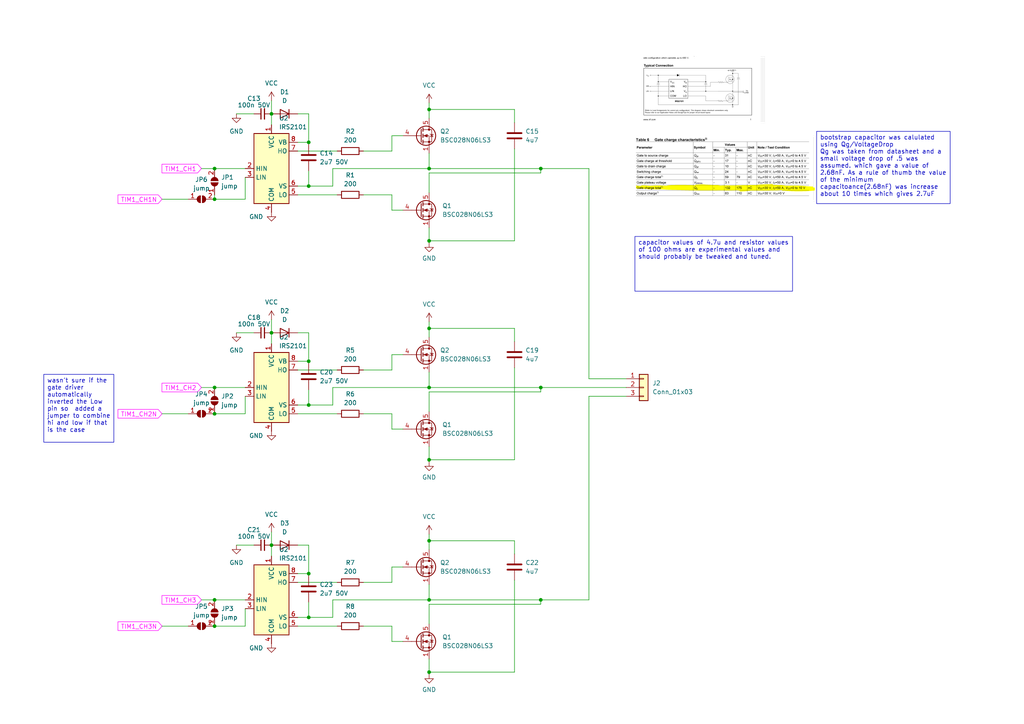
<source format=kicad_sch>
(kicad_sch (version 20230121) (generator eeschema)
  (paper "A4")
  (lib_symbols
    (symbol "Connector_Generic:Conn_01x03" (pin_names (offset 1.016) hide)
      (property "Reference" "J" (at 0 5.08 0))
      (property "Value" "Conn_01x03" (at 0 -5.08 0))
      (symbol "Conn_01x03_1_1"
        (rectangle (start -1.27 -2.413) (end 0 -2.667) (stroke (width 0.1524)))
        (rectangle (start -1.27 0.127) (end 0 -0.127) (stroke (width 0.1524)))
        (rectangle (start -1.27 2.667) (end 0 2.413) (stroke (width 0.1524)))
        (rectangle (start -1.27 3.81) (end 1.27 -3.81) (stroke (width 0.254)) (fill (type background)))
        (pin passive line (at -5.08 2.54 0) (length 3.81) (name "Pin_1") (number "1"))
        (pin passive line (at -5.08 0 0) (length 3.81) (name "Pin_2") (number "2"))
        (pin passive line (at -5.08 -2.54 0) (length 3.81) (name "Pin_3") (number "3"))
      )
    )
    (symbol "Device:C" (pin_numbers hide) (pin_names (offset 0.254))
      (property "Reference" "C" (at 0.635 2.54 0))
      (property "Value" "C" (at 0.635 -2.54 0))
      (symbol "C_0_1"
        (polyline (pts (xy -2.032 -0.762) (xy 2.032 -0.762)) (stroke (width 0.508)))
        (polyline (pts (xy -2.032 0.762) (xy 2.032 0.762)) (stroke (width 0.508)))
      )
      (symbol "C_1_1"
        (pin passive line (at 0 3.81 270) (length 2.794) (name "~") (number "1"))
        (pin passive line (at 0 -3.81 90) (length 2.794) (name "~") (number "2"))
      )
    )
    (symbol "Device:C_Small" (pin_numbers hide) (pin_names (offset 0.254) hide)
      (property "Reference" "C" (at 0.254 1.778 0))
      (property "Value" "C_Small" (at 0.254 -2.032 0))
      (symbol "C_Small_0_1"
        (polyline (pts (xy -1.524 -0.508) (xy 1.524 -0.508)) (stroke (width 0.3302)))
        (polyline (pts (xy -1.524 0.508) (xy 1.524 0.508)) (stroke (width 0.3048)))
      )
      (symbol "C_Small_1_1"
        (pin passive line (at 0 2.54 270) (length 2.032) (name "~") (number "1"))
        (pin passive line (at 0 -2.54 90) (length 2.032) (name "~") (number "2"))
      )
    )
    (symbol "Device:D" (pin_numbers hide) (pin_names (offset 1.016) hide)
      (property "Reference" "D" (at 0 2.54 0))
      (property "Value" "D" (at 0 -2.54 0))
      (symbol "D_0_1"
        (polyline (pts (xy -1.27 1.27) (xy -1.27 -1.27)) (stroke (width 0.254)))
        (polyline (pts (xy 1.27 0) (xy -1.27 0)))
        (polyline (pts (xy 1.27 1.27) (xy 1.27 -1.27) (xy -1.27 0) (xy 1.27 1.27)) (stroke (width 0.254)))
      )
      (symbol "D_1_1"
        (pin passive line (at -3.81 0 0) (length 2.54) (name "K") (number "1"))
        (pin passive line (at 3.81 0 180) (length 2.54) (name "A") (number "2"))
      )
    )
    (symbol "Device:R" (pin_numbers hide) (pin_names (offset 0))
      (property "Reference" "R" (at 2.032 0 90))
      (property "Value" "R" (at 0 0 90))
      (symbol "R_0_1"
        (rectangle (start -1.016 -2.54) (end 1.016 2.54) (stroke (width 0.254)))
      )
      (symbol "R_1_1"
        (pin passive line (at 0 3.81 270) (length 1.27) (name "~") (number "1"))
        (pin passive line (at 0 -3.81 90) (length 1.27) (name "~") (number "2"))
      )
    )
    (symbol "Driver_FET:IRS2101"
      (property "Reference" "U" (at 1.27 13.335 0))
      (property "Value" "IRS2101" (at 1.27 11.43 0))
      (symbol "IRS2101_0_1"
        (rectangle (start -5.08 -10.16) (end 5.08 10.16) (stroke (width 0.254)) (fill (type background)))
      )
      (symbol "IRS2101_1_1"
        (pin power_in line (at 0 12.7 270) (length 2.54) (name "VCC") (number "1"))
        (pin input line (at -7.62 0 0) (length 2.54) (name "HIN") (number "2"))
        (pin input line (at -7.62 -2.54 0) (length 2.54) (name "LIN") (number "3"))
        (pin power_in line (at 0 -12.7 90) (length 2.54) (name "COM") (number "4"))
        (pin output line (at 7.62 -7.62 180) (length 2.54) (name "LO") (number "5"))
        (pin passive line (at 7.62 -5.08 180) (length 2.54) (name "VS") (number "6"))
        (pin output line (at 7.62 5.08 180) (length 2.54) (name "HO") (number "7"))
        (pin passive line (at 7.62 7.62 180) (length 2.54) (name "VB") (number "8"))
      )
    )
    (symbol "Jumper:SolderJumper_2_Open" (pin_names (offset 0) hide)
      (property "Reference" "JP" (at 0 2.032 0))
      (property "Value" "SolderJumper_2_Open" (at 0 -2.54 0))
      (symbol "SolderJumper_2_Open_0_1"
        (arc (start -0.254 1.016) (mid -1.2656 0) (end -0.254 -1.016))
        (arc (start -0.254 1.016) (mid -1.2656 0) (end -0.254 -1.016) (fill (type outline)))
        (polyline (pts (xy -0.254 1.016) (xy -0.254 -1.016)))
        (polyline (pts (xy 0.254 1.016) (xy 0.254 -1.016)))
        (arc (start 0.254 -1.016) (mid 1.2656 0) (end 0.254 1.016))
        (arc (start 0.254 -1.016) (mid 1.2656 0) (end 0.254 1.016) (fill (type outline)))
      )
      (symbol "SolderJumper_2_Open_1_1"
        (pin passive line (at -3.81 0 0) (length 2.54) (name "A") (number "1"))
        (pin passive line (at 3.81 0 180) (length 2.54) (name "B") (number "2"))
      )
    )
    (symbol "Transistor_FET:BSC028N06LS3" (pin_names hide)
      (property "Reference" "Q" (at 5.08 1.905 0))
      (property "Value" "BSC028N06LS3" (at 5.08 0 0))
      (symbol "BSC028N06LS3_0_1"
        (polyline (pts (xy 0.254 0) (xy -2.54 0)))
        (polyline (pts (xy 0.254 1.905) (xy 0.254 -1.905)) (stroke (width 0.254)))
        (polyline (pts (xy 0.762 -1.27) (xy 0.762 -2.286)) (stroke (width 0.254)))
        (polyline (pts (xy 0.762 0.508) (xy 0.762 -0.508)) (stroke (width 0.254)))
        (polyline (pts (xy 0.762 2.286) (xy 0.762 1.27)) (stroke (width 0.254)))
        (polyline (pts (xy 2.54 2.54) (xy 2.54 1.778)))
        (polyline (pts (xy 2.54 -2.54) (xy 2.54 0) (xy 0.762 0)))
        (polyline (pts (xy 0.762 -1.778) (xy 3.302 -1.778) (xy 3.302 1.778) (xy 0.762 1.778)))
        (polyline (pts (xy 1.016 0) (xy 2.032 0.381) (xy 2.032 -0.381) (xy 1.016 0)) (fill (type outline)))
        (polyline (pts (xy 2.794 0.508) (xy 2.921 0.381) (xy 3.683 0.381) (xy 3.81 0.254)))
        (polyline (pts (xy 3.302 0.381) (xy 2.921 -0.254) (xy 3.683 -0.254) (xy 3.302 0.381)))
        (circle (center 1.651 0) (radius 2.794) (stroke (width 0.254)))
        (circle (center 2.54 -1.778) (radius 0.254) (fill (type outline)))
        (circle (center 2.54 1.778) (radius 0.254) (fill (type outline)))
      )
      (symbol "BSC028N06LS3_1_1"
        (pin passive line (at 2.54 -5.08 90) (length 2.54) (name "S") (number "1"))
        (pin passive line (at 2.54 -5.08 90) (length 2.54) hide (name "S") (number "2"))
        (pin passive line (at 2.54 -5.08 90) (length 2.54) hide (name "S") (number "3"))
        (pin passive line (at -5.08 0 0) (length 2.54) (name "G") (number "4"))
        (pin passive line (at 2.54 5.08 270) (length 2.54) (name "D") (number "5"))
      )
    )
    (symbol "power:GND" (power) (pin_names (offset 0))
      (property "Value" "GND" (at 0 -3.81 0))
      (symbol "GND_0_1"
        (polyline (pts (xy 0 0) (xy 0 -1.27) (xy 1.27 -1.27) (xy 0 -2.54) (xy -1.27 -1.27) (xy 0 -1.27)))
      )
      (symbol "GND_1_1"
        (pin power_in line (at 0 0 270) (length 0) hide (name "GND") (number "1"))
      )
    )
    (symbol "power:VCC" (power) (pin_names (offset 0))
      (property "Value" "VCC" (at 0 3.81 0))
      (symbol "VCC_0_1"
        (polyline (pts (xy -0.762 1.27) (xy 0 2.54)))
        (polyline (pts (xy 0 0) (xy 0 2.54)))
        (polyline (pts (xy 0 2.54) (xy 0.762 1.27)))
      )
      (symbol "VCC_1_1"
        (pin power_in line (at 0 0 90) (length 0) hide (name "VCC") (number "1"))
      )
    )
  )
  (junction (at 62.23 48.895))
  (junction (at 62.23 57.785))
  (junction (at 89.535 53.975))
  (junction (at 89.535 179.07))
  (junction (at 124.46 95.25))
  (junction (at 124.46 194.945))
  (junction (at 89.535 41.275))
  (junction (at 62.23 120.015))
  (junction (at 78.74 33.02))
  (junction (at 62.23 112.395))
  (junction (at 124.46 31.75))
  (junction (at 124.46 112.395))
  (junction (at 124.46 69.85))
  (junction (at 124.46 48.895))
  (junction (at 78.74 96.52))
  (junction (at 124.46 173.99))
  (junction (at 124.46 133.35))
  (junction (at 78.74 158.115))
  (junction (at 62.23 173.99))
  (junction (at 156.845 173.99))
  (junction (at 124.46 156.845))
  (junction (at 89.535 104.775))
  (junction (at 89.535 117.475))
  (junction (at 62.23 181.61))
  (junction (at 156.845 48.895))
  (junction (at 156.845 112.395))
  (junction (at 89.535 166.37))
  (wire (pts (xy 124.46 173.99) (xy 124.46 169.545)))
  (wire (pts (xy 156.845 48.895) (xy 170.815 48.895)))
  (wire (pts (xy 124.46 69.85) (xy 149.225 69.85)))
  (wire (pts (xy 124.46 133.35) (xy 149.225 133.35)))
  (wire (pts (xy 156.845 50.165) (xy 156.845 48.895)))
  (wire (pts (xy 105.41 181.61) (xy 113.665 181.61)))
  (wire (pts (xy 89.535 113.03) (xy 89.535 117.475)))
  (wire (pts (xy 170.815 109.855) (xy 181.61 109.855)))
  (wire (pts (xy 89.535 179.07) (xy 96.52 179.07)))
  (wire (pts (xy 113.665 56.515) (xy 113.665 60.96)))
  (wire (pts (xy 96.52 53.975) (xy 96.52 48.895)))
  (wire (pts (xy 149.225 106.68) (xy 149.225 133.35)))
  (wire (pts (xy 113.665 168.91) (xy 113.665 164.465)))
  (wire (pts (xy 58.42 48.895) (xy 62.23 48.895)))
  (wire (pts (xy 96.52 117.475) (xy 96.52 112.395)))
  (wire (pts (xy 124.46 112.395) (xy 124.46 107.95)))
  (wire (pts (xy 46.99 181.61) (xy 54.61 181.61)))
  (wire (pts (xy 46.99 120.015) (xy 54.61 120.015)))
  (wire (pts (xy 62.23 56.515) (xy 62.23 57.785)))
  (wire (pts (xy 124.46 113.665) (xy 124.46 119.38)))
  (wire (pts (xy 89.535 41.91) (xy 89.535 41.275)))
  (wire (pts (xy 149.225 43.18) (xy 149.225 69.85)))
  (wire (pts (xy 170.815 173.99) (xy 170.815 114.935)))
  (wire (pts (xy 124.46 175.26) (xy 156.845 175.26)))
  (wire (pts (xy 89.535 104.775) (xy 89.535 96.52)))
  (wire (pts (xy 89.535 117.475) (xy 96.52 117.475)))
  (wire (pts (xy 86.36 107.315) (xy 97.79 107.315)))
  (wire (pts (xy 89.535 105.41) (xy 89.535 104.775)))
  (wire (pts (xy 78.74 29.21) (xy 78.74 33.02)))
  (wire (pts (xy 124.46 133.35) (xy 124.46 129.54)))
  (wire (pts (xy 149.225 168.275) (xy 149.225 194.945)))
  (wire (pts (xy 156.845 48.895) (xy 124.46 48.895)))
  (wire (pts (xy 46.99 57.785) (xy 54.61 57.785)))
  (wire (pts (xy 149.225 95.25) (xy 149.225 99.06)))
  (wire (pts (xy 78.74 33.02) (xy 78.74 36.195)))
  (wire (pts (xy 124.46 31.75) (xy 149.225 31.75)))
  (wire (pts (xy 89.535 53.975) (xy 96.52 53.975)))
  (wire (pts (xy 89.535 158.115) (xy 86.36 158.115)))
  (wire (pts (xy 58.42 112.395) (xy 62.23 112.395)))
  (wire (pts (xy 86.36 120.015) (xy 97.79 120.015)))
  (wire (pts (xy 124.46 70.485) (xy 124.46 69.85)))
  (wire (pts (xy 156.845 175.26) (xy 156.845 173.99)))
  (wire (pts (xy 86.36 181.61) (xy 97.79 181.61)))
  (wire (pts (xy 113.665 186.055) (xy 116.84 186.055)))
  (wire (pts (xy 62.23 57.785) (xy 71.12 57.785)))
  (wire (pts (xy 156.845 113.665) (xy 156.845 112.395)))
  (wire (pts (xy 78.74 154.305) (xy 78.74 158.115)))
  (wire (pts (xy 86.36 43.815) (xy 97.79 43.815)))
  (wire (pts (xy 170.815 48.895) (xy 170.815 109.855)))
  (wire (pts (xy 113.665 39.37) (xy 116.84 39.37)))
  (wire (pts (xy 124.46 133.985) (xy 124.46 133.35)))
  (wire (pts (xy 124.46 154.94) (xy 124.46 156.845)))
  (wire (pts (xy 68.58 96.52) (xy 73.66 96.52)))
  (wire (pts (xy 124.46 156.845) (xy 149.225 156.845)))
  (wire (pts (xy 113.665 60.96) (xy 116.84 60.96)))
  (wire (pts (xy 78.74 96.52) (xy 78.74 99.695)))
  (wire (pts (xy 124.46 48.895) (xy 124.46 44.45)))
  (wire (pts (xy 62.23 112.395) (xy 71.12 112.395)))
  (wire (pts (xy 105.41 43.815) (xy 113.665 43.815)))
  (wire (pts (xy 105.41 107.315) (xy 113.665 107.315)))
  (wire (pts (xy 89.535 96.52) (xy 86.36 96.52)))
  (wire (pts (xy 170.815 114.935) (xy 181.61 114.935)))
  (wire (pts (xy 62.23 48.895) (xy 71.12 48.895)))
  (wire (pts (xy 124.46 156.845) (xy 124.46 159.385)))
  (wire (pts (xy 156.845 112.395) (xy 124.46 112.395)))
  (wire (pts (xy 124.46 29.845) (xy 124.46 31.75)))
  (wire (pts (xy 96.52 48.895) (xy 124.46 48.895)))
  (wire (pts (xy 86.36 56.515) (xy 97.79 56.515)))
  (wire (pts (xy 89.535 33.02) (xy 86.36 33.02)))
  (wire (pts (xy 68.58 33.02) (xy 73.66 33.02)))
  (wire (pts (xy 86.36 53.975) (xy 89.535 53.975)))
  (wire (pts (xy 124.46 95.25) (xy 124.46 97.79)))
  (wire (pts (xy 124.46 50.165) (xy 124.46 55.88)))
  (wire (pts (xy 113.665 102.87) (xy 116.84 102.87)))
  (wire (pts (xy 71.12 176.53) (xy 71.12 181.61)))
  (wire (pts (xy 86.36 166.37) (xy 89.535 166.37)))
  (wire (pts (xy 105.41 168.91) (xy 113.665 168.91)))
  (wire (pts (xy 156.845 173.99) (xy 170.815 173.99)))
  (wire (pts (xy 62.23 173.99) (xy 71.12 173.99)))
  (wire (pts (xy 113.665 164.465) (xy 116.84 164.465)))
  (wire (pts (xy 113.665 124.46) (xy 116.84 124.46)))
  (wire (pts (xy 124.46 113.665) (xy 156.845 113.665)))
  (wire (pts (xy 105.41 56.515) (xy 113.665 56.515)))
  (wire (pts (xy 78.74 158.115) (xy 78.74 161.29)))
  (wire (pts (xy 124.46 31.75) (xy 124.46 34.29)))
  (wire (pts (xy 156.845 112.395) (xy 181.61 112.395)))
  (wire (pts (xy 86.36 168.91) (xy 97.79 168.91)))
  (wire (pts (xy 113.665 181.61) (xy 113.665 186.055)))
  (wire (pts (xy 149.225 156.845) (xy 149.225 160.655)))
  (wire (pts (xy 89.535 167.005) (xy 89.535 166.37)))
  (wire (pts (xy 71.12 57.785) (xy 71.12 51.435)))
  (wire (pts (xy 124.46 95.25) (xy 149.225 95.25)))
  (wire (pts (xy 96.52 112.395) (xy 124.46 112.395)))
  (wire (pts (xy 86.36 179.07) (xy 89.535 179.07)))
  (wire (pts (xy 86.36 41.275) (xy 89.535 41.275)))
  (wire (pts (xy 149.225 31.75) (xy 149.225 35.56)))
  (wire (pts (xy 105.41 120.015) (xy 113.665 120.015)))
  (wire (pts (xy 113.665 43.815) (xy 113.665 39.37)))
  (wire (pts (xy 71.12 120.015) (xy 71.12 114.935)))
  (wire (pts (xy 86.36 104.775) (xy 89.535 104.775)))
  (wire (pts (xy 68.58 158.115) (xy 73.66 158.115)))
  (wire (pts (xy 96.52 173.99) (xy 124.46 173.99)))
  (wire (pts (xy 113.665 120.015) (xy 113.665 124.46)))
  (wire (pts (xy 89.535 166.37) (xy 89.535 158.115)))
  (wire (pts (xy 62.23 120.015) (xy 71.12 120.015)))
  (wire (pts (xy 96.52 179.07) (xy 96.52 173.99)))
  (wire (pts (xy 113.665 107.315) (xy 113.665 102.87)))
  (wire (pts (xy 156.845 173.99) (xy 124.46 173.99)))
  (wire (pts (xy 124.46 50.165) (xy 156.845 50.165)))
  (wire (pts (xy 58.42 173.99) (xy 62.23 173.99)))
  (wire (pts (xy 124.46 194.945) (xy 149.225 194.945)))
  (wire (pts (xy 124.46 93.345) (xy 124.46 95.25)))
  (wire (pts (xy 89.535 174.625) (xy 89.535 179.07)))
  (wire (pts (xy 124.46 194.945) (xy 124.46 191.135)))
  (wire (pts (xy 89.535 41.275) (xy 89.535 33.02)))
  (wire (pts (xy 124.46 195.58) (xy 124.46 194.945)))
  (wire (pts (xy 78.74 92.71) (xy 78.74 96.52)))
  (wire (pts (xy 124.46 175.26) (xy 124.46 180.975)))
  (wire (pts (xy 62.23 181.61) (xy 71.12 181.61)))
  (wire (pts (xy 86.36 117.475) (xy 89.535 117.475)))
  (wire (pts (xy 124.46 69.85) (xy 124.46 66.04)))
  (wire (pts (xy 89.535 49.53) (xy 89.535 53.975)))
  (image (at 203.2 26.035) (scale 0.285571))
  (image (at 209.55 48.895) (scale 0.366083))
  (text_box "wasn't sure if the gate driver automatically inverted the Low pin so  added a jumper to combine hi and low if that is the case \n" (at 12.7 108.585 0) (size 20.32 19.685) (effects (font (size 1.27 1.27)) (justify left top)))
  (text_box "bootstrap capacitor was calulated using Qg/VoltageDrop\nQg was taken from datasheet and a small voltage drop of .5 was assumed. which gave a value of 2.68nF. As a rule of thumb the value of the minimum capacitoance(2.68nF) was increase about 10 times which gives 2.7uF\n " (at 236.855 38.1 0) (size 38.735 20.955) (effects (font (size 1.27 1.27)) (justify left top)))
  (text_box "capacitor values of 4.7u and resistor values of 100 ohms are experimental values and should probably be tweaked and tuned.\n" (at 184.15 68.58 0) (size 45.72 15.875) (effects (font (size 1.27 1.27)) (justify left top)))
  (global_label "TIM1_CH3N" (shape input) (at 46.99 181.61 180) (property "Intersheetrefs" "${INTERSHEET_REFS}" (effects hide)))
  (global_label "TIM1_CH3" (shape input) (at 58.42 173.99 180) (property "Intersheetrefs" "${INTERSHEET_REFS}" (effects hide)))
  (global_label "TIM1_CH1N" (shape input) (at 46.99 57.785 180) (property "Intersheetrefs" "${INTERSHEET_REFS}" (effects hide)))
  (global_label "TIM1_CH2" (shape input) (at 58.42 112.395 180) (property "Intersheetrefs" "${INTERSHEET_REFS}" (effects hide)))
  (global_label "TIM1_CH1" (shape input) (at 58.42 48.895 180) (property "Intersheetrefs" "${INTERSHEET_REFS}" (effects hide)))
  (global_label "TIM1_CH2N" (shape input) (at 46.99 120.015 180) (property "Intersheetrefs" "${INTERSHEET_REFS}" (effects hide)))
  (symbol (lib_id "Jumper:SolderJumper_2_Open") (at 58.42 57.785 0) (unit 1)
    (property "Reference" "JP6" (at 58.42 52.07 0))
    (property "Value" "jump" (at 58.42 54.61 0))
    (property "Footprint" "Capacitor_SMD:C_0603_1608Metric_Pad1.08x0.95mm_HandSolder" (effects hide))
  )
  (symbol (lib_id "Transistor_FET:BSC028N06LS3") (at 121.92 39.37 0) (unit 1)
    (property "Reference" "Q2" (at 127.635 38.1 0) (effects (justify left)))
    (property "Value" "BSC028N06LS3" (at 127.635 40.64 0) (effects (justify left)))
    (property "Footprint" "Package_TO_SOT_SMD:TDSON-8-1" (effects hide))
    (property "Datasheet" "http://www.infineon.com/dgdl/Infineon-BSC028N06LS3-DS-v02_02-en.pdf?fileId=db3a30431ddc9372011ebafa4c607f8c" (effects hide))
    (instances (project "ESC" (path "" (reference "Q2") (unit 1)) (path "" (reference "Q3") (unit 1))))
  )
  (symbol (lib_id "power:VCC") (at 124.46 29.845 0) (unit 1)
    (property "Reference" "#PWR020" (effects hide))
    (property "Value" "VCC" (at 124.46 24.765 0))
  )
  (symbol (lib_id "power:GND") (at 124.46 70.485 0) (unit 1)
    (property "Reference" "#PWR023" (effects hide))
    (property "Value" "GND" (at 124.46 74.93 0))
  )
  (symbol (lib_id "Device:D") (at 82.55 33.02 180) (unit 1)
    (property "Reference" "D1" (at 82.55 26.67 0))
    (property "Value" "D" (at 82.55 29.21 0))
    (property "Footprint" "Diode_SMD:D_0603_1608Metric_Pad1.05x0.95mm_HandSolder" (effects hide))
    (property "Sim.Device" "D" (effects hide))
    (property "Sim.Pins" "1=K 2=A" (effects hide))
  )
  (symbol (lib_id "Device:R") (at 101.6 107.315 90) (unit 1)
    (property "Reference" "R5" (at 101.6 101.6 90))
    (property "Value" "200" (at 101.6 104.14 90))
    (property "Footprint" "Resistor_SMD:R_2512_6332Metric_Pad1.40x3.35mm_HandSolder" (effects hide))
  )
  (symbol (lib_id "Transistor_FET:BSC028N06LS3") (at 121.92 124.46 0) (unit 1)
    (property "Reference" "Q1" (at 128.27 123.19 0) (effects (justify left)))
    (property "Value" "BSC028N06LS3" (at 128.27 125.73 0) (effects (justify left)))
    (property "Footprint" "Package_TO_SOT_SMD:TDSON-8-1" (effects hide))
    (property "Datasheet" "http://www.infineon.com/dgdl/Infineon-BSC028N06LS3-DS-v02_02-en.pdf?fileId=db3a30431ddc9372011ebafa4c607f8c" (effects hide))
    (instances (project "ESC" (path "" (reference "Q1") (unit 1)) (path "" (reference "Q2") (unit 1))))
  )
  (symbol (lib_id "Device:C_Small") (at 76.2 96.52 90) (unit 1)
    (property "Reference" "C18" (at 73.66 92.075 90))
    (property "Value" "100n 50V" (at 73.66 93.98 90))
    (property "Footprint" "Capacitor_SMD:C_0603_1608Metric_Pad1.08x0.95mm_HandSolder" (effects hide))
  )
  (symbol (lib_id "Device:R") (at 101.6 181.61 90) (unit 1)
    (property "Reference" "R8" (at 101.6 175.895 90))
    (property "Value" "200" (at 101.6 178.435 90))
    (property "Footprint" "Resistor_SMD:R_2512_6332Metric_Pad1.40x3.35mm_HandSolder" (effects hide))
  )
  (symbol (lib_id "power:GND") (at 124.46 133.985 0) (unit 1)
    (property "Reference" "#PWR033" (effects hide))
    (property "Value" "GND" (at 124.46 138.43 0))
  )
  (symbol (lib_id "Device:R") (at 101.6 120.015 90) (unit 1)
    (property "Reference" "R6" (at 101.6 114.3 90))
    (property "Value" "200" (at 101.6 116.84 90))
    (property "Footprint" "Resistor_SMD:R_2512_6332Metric_Pad1.40x3.35mm_HandSolder" (effects hide))
  )
  (symbol (lib_id "Device:C") (at 89.535 170.815 0) (unit 1)
    (property "Reference" "C23" (at 92.71 169.545 0) (effects (justify left)))
    (property "Value" "2u7 50V " (at 92.71 172.085 0) (effects (justify left)))
    (property "Footprint" "Capacitor_SMD:C_0603_1608Metric_Pad1.08x0.95mm_HandSolder" (effects hide))
  )
  (symbol (lib_id "Transistor_FET:BSC028N06LS3") (at 121.92 186.055 0) (unit 1)
    (property "Reference" "Q1" (at 128.27 184.785 0) (effects (justify left)))
    (property "Value" "BSC028N06LS3" (at 128.27 187.325 0) (effects (justify left)))
    (property "Footprint" "Package_TO_SOT_SMD:TDSON-8-1" (effects hide))
    (property "Datasheet" "http://www.infineon.com/dgdl/Infineon-BSC028N06LS3-DS-v02_02-en.pdf?fileId=db3a30431ddc9372011ebafa4c607f8c" (effects hide))
    (instances (project "ESC" (path "" (reference "Q1") (unit 1)) (path "" (reference "Q6") (unit 1))))
  )
  (symbol (lib_id "power:GND") (at 68.58 33.02 0) (unit 1)
    (property "Reference" "#PWR019" (effects hide))
    (property "Value" "GND" (at 68.58 38.1 0))
  )
  (symbol (lib_id "power:VCC") (at 124.46 93.345 0) (unit 1)
    (property "Reference" "#PWR030" (effects hide))
    (property "Value" "VCC" (at 124.46 88.265 0))
  )
  (symbol (lib_id "Device:C") (at 89.535 45.72 0) (unit 1)
    (property "Reference" "C14" (at 92.71 44.45 0) (effects (justify left)))
    (property "Value" "2u7 50V " (at 92.71 46.99 0) (effects (justify left)))
    (property "Footprint" "Capacitor_SMD:C_0603_1608Metric_Pad1.08x0.95mm_HandSolder" (effects hide))
  )
  (symbol (lib_id "Driver_FET:IRS2101") (at 78.74 48.895 0) (unit 1)
    (property "Reference" "U2" (at 80.9341 34.29 0) (effects (justify left)))
    (property "Value" "IRS2101" (at 80.9341 36.83 0) (effects (justify left)))
    (property "Footprint" "Package_SO:SOIC-8-1EP_3.9x4.9mm_P1.27mm_EP2.41x3.81mm" (effects hide))
    (property "Datasheet" "https://www.infineon.com/dgdl/ir2101.pdf?fileId=5546d462533600a4015355c7a755166c" (effects hide))
    (instances (project "ESC" (path "" (reference "U2") (unit 1)) (path "" (reference "U5") (unit 1))))
  )
  (symbol (lib_id "Driver_FET:IRS2101") (at 78.74 173.99 0) (unit 1)
    (property "Reference" "U2" (at 80.9341 159.385 0) (effects (justify left)))
    (property "Value" "IRS2101" (at 80.9341 161.925 0) (effects (justify left)))
    (property "Footprint" "Package_SO:SOIC-8-1EP_3.9x4.9mm_P1.27mm_EP2.41x3.81mm" (effects hide))
    (property "Datasheet" "https://www.infineon.com/dgdl/ir2101.pdf?fileId=5546d462533600a4015355c7a755166c" (effects hide))
    (instances (project "ESC" (path "" (reference "U2") (unit 1)) (path "" (reference "U7") (unit 1))))
  )
  (symbol (lib_id "Jumper:SolderJumper_2_Open") (at 62.23 52.705 90) (unit 1)
    (property "Reference" "JP1" (at 64.135 51.435 90) (effects (justify right)))
    (property "Value" "jump" (at 64.135 53.975 90) (effects (justify right)))
    (property "Footprint" "Capacitor_SMD:C_0603_1608Metric_Pad1.08x0.95mm_HandSolder" (effects hide))
  )
  (symbol (lib_id "power:GND") (at 68.58 96.52 0) (unit 1)
    (property "Reference" "#PWR031" (effects hide))
    (property "Value" "GND" (at 68.58 101.6 0))
  )
  (symbol (lib_id "Transistor_FET:BSC028N06LS3") (at 121.92 102.87 0) (unit 1)
    (property "Reference" "Q2" (at 127.635 101.6 0) (effects (justify left)))
    (property "Value" "BSC028N06LS3" (at 127.635 104.14 0) (effects (justify left)))
    (property "Footprint" "Package_TO_SOT_SMD:TDSON-8-1" (effects hide))
    (property "Datasheet" "http://www.infineon.com/dgdl/Infineon-BSC028N06LS3-DS-v02_02-en.pdf?fileId=db3a30431ddc9372011ebafa4c607f8c" (effects hide))
    (instances (project "ESC" (path "" (reference "Q2") (unit 1)) (path "" (reference "Q1") (unit 1))))
  )
  (symbol (lib_id "Jumper:SolderJumper_2_Open") (at 58.42 181.61 0) (unit 1)
    (property "Reference" "JP5" (at 58.42 175.895 0))
    (property "Value" "jump" (at 58.42 178.435 0))
    (property "Footprint" "Capacitor_SMD:C_0603_1608Metric_Pad1.08x0.95mm_HandSolder" (effects hide))
  )
  (symbol (lib_id "Device:C") (at 149.225 39.37 0) (unit 1)
    (property "Reference" "C15" (at 152.4 38.1 0) (effects (justify left)))
    (property "Value" "4u7" (at 152.4 40.64 0) (effects (justify left)))
    (property "Footprint" "Capacitor_SMD:C_0603_1608Metric_Pad1.08x0.95mm_HandSolder" (effects hide))
  )
  (symbol (lib_id "Device:C") (at 89.535 109.22 0) (unit 1)
    (property "Reference" "C20" (at 92.71 107.95 0) (effects (justify left)))
    (property "Value" "2u7 50V " (at 92.71 110.49 0) (effects (justify left)))
    (property "Footprint" "Capacitor_SMD:C_0603_1608Metric_Pad1.08x0.95mm_HandSolder" (effects hide))
  )
  (symbol (lib_id "Device:C_Small") (at 76.2 158.115 90) (unit 1)
    (property "Reference" "C21" (at 73.66 153.67 90))
    (property "Value" "100n 50V" (at 73.66 155.575 90))
    (property "Footprint" "Capacitor_SMD:C_0603_1608Metric_Pad1.08x0.95mm_HandSolder" (effects hide))
  )
  (symbol (lib_id "power:VCC") (at 124.46 154.94 0) (unit 1)
    (property "Reference" "#PWR035" (effects hide))
    (property "Value" "VCC" (at 124.46 149.86 0))
  )
  (symbol (lib_id "Transistor_FET:BSC028N06LS3") (at 121.92 164.465 0) (unit 1)
    (property "Reference" "Q2" (at 127.635 163.195 0) (effects (justify left)))
    (property "Value" "BSC028N06LS3" (at 127.635 165.735 0) (effects (justify left)))
    (property "Footprint" "Package_TO_SOT_SMD:TDSON-8-1" (effects hide))
    (property "Datasheet" "http://www.infineon.com/dgdl/Infineon-BSC028N06LS3-DS-v02_02-en.pdf?fileId=db3a30431ddc9372011ebafa4c607f8c" (effects hide))
    (instances (project "ESC" (path "" (reference "Q2") (unit 1)) (path "" (reference "Q5") (unit 1))))
  )
  (symbol (lib_id "Device:R") (at 101.6 168.91 90) (unit 1)
    (property "Reference" "R7" (at 101.6 163.195 90))
    (property "Value" "200" (at 101.6 165.735 90))
    (property "Footprint" "Resistor_SMD:R_2512_6332Metric_Pad1.40x3.35mm_HandSolder" (effects hide))
  )
  (symbol (lib_id "power:GND") (at 78.74 61.595 0) (unit 1)
    (property "Reference" "#PWR020" (effects hide))
    (property "Value" "GND" (at 74.295 62.865 0))
    (instances (project "ESC" (path "" (reference "#PWR020") (unit 1)) (path "" (reference "#PWR022") (unit 1))))
  )
  (symbol (lib_id "power:VCC") (at 78.74 92.71 0) (unit 1)
    (property "Reference" "#PWR019" (effects hide))
    (property "Value" "VCC" (at 78.74 87.63 0))
    (instances (project "ESC" (path "" (reference "#PWR019") (unit 1)) (path "" (reference "#PWR029") (unit 1))))
  )
  (symbol (lib_id "power:GND") (at 78.74 186.69 0) (unit 1)
    (property "Reference" "#PWR020" (effects hide))
    (property "Value" "GND" (at 74.295 187.96 0))
    (instances (project "ESC" (path "" (reference "#PWR020") (unit 1)) (path "" (reference "#PWR037") (unit 1))))
  )
  (symbol (lib_id "power:GND") (at 78.74 125.095 0) (unit 1)
    (property "Reference" "#PWR020" (effects hide))
    (property "Value" "GND" (at 74.295 126.365 0))
    (instances (project "ESC" (path "" (reference "#PWR020") (unit 1)) (path "" (reference "#PWR032") (unit 1))))
  )
  (symbol (lib_id "power:GND") (at 124.46 195.58 0) (unit 1)
    (property "Reference" "#PWR038" (effects hide))
    (property "Value" "GND" (at 124.46 200.025 0))
  )
  (symbol (lib_id "Device:D") (at 82.55 96.52 180) (unit 1)
    (property "Reference" "D2" (at 82.55 90.17 0))
    (property "Value" "D" (at 82.55 92.71 0))
    (property "Footprint" "Diode_SMD:D_0603_1608Metric_Pad1.05x0.95mm_HandSolder" (effects hide))
    (property "Sim.Device" "D" (effects hide))
    (property "Sim.Pins" "1=K 2=A" (effects hide))
  )
  (symbol (lib_id "Connector_Generic:Conn_01x03") (at 186.69 112.395 0) (unit 1)
    (property "Reference" "J2" (at 189.23 111.125 0) (effects (justify left)))
    (property "Value" "Conn_01x03" (at 189.23 113.665 0) (effects (justify left)))
    (property "Footprint" "TerminalBlock_Phoenix:TerminalBlock_Phoenix_MKDS-1,5-3_1x03_P5.00mm_Horizontal" (effects hide))
  )
  (symbol (lib_id "Device:C_Small") (at 76.2 33.02 90) (unit 1)
    (property "Reference" "C13" (at 73.66 28.575 90))
    (property "Value" "100n 50V" (at 73.66 30.48 90))
    (property "Footprint" "Capacitor_SMD:C_0603_1608Metric_Pad1.08x0.95mm_HandSolder" (effects hide))
  )
  (symbol (lib_id "Driver_FET:IRS2101") (at 78.74 112.395 0) (unit 1)
    (property "Reference" "U2" (at 80.9341 97.79 0) (effects (justify left)))
    (property "Value" "IRS2101" (at 80.9341 100.33 0) (effects (justify left)))
    (property "Footprint" "Package_SO:SOIC-8-1EP_3.9x4.9mm_P1.27mm_EP2.41x3.81mm" (effects hide))
    (property "Datasheet" "https://www.infineon.com/dgdl/ir2101.pdf?fileId=5546d462533600a4015355c7a755166c" (effects hide))
    (instances (project "ESC" (path "" (reference "U2") (unit 1)) (path "" (reference "U6") (unit 1))))
  )
  (symbol (lib_id "power:GND") (at 68.58 158.115 0) (unit 1)
    (property "Reference" "#PWR036" (effects hide))
    (property "Value" "GND" (at 68.58 163.195 0))
  )
  (symbol (lib_id "Jumper:SolderJumper_2_Open") (at 62.23 177.8 90) (unit 1)
    (property "Reference" "JP3" (at 64.135 176.53 90) (effects (justify right)))
    (property "Value" "jump" (at 64.135 179.07 90) (effects (justify right)))
    (property "Footprint" "Capacitor_SMD:C_0603_1608Metric_Pad1.08x0.95mm_HandSolder" (effects hide))
  )
  (symbol (lib_id "power:VCC") (at 78.74 29.21 0) (unit 1)
    (property "Reference" "#PWR019" (effects hide))
    (property "Value" "VCC" (at 78.74 24.13 0))
    (instances (project "ESC" (path "" (reference "#PWR019") (unit 1)) (path "" (reference "#PWR021") (unit 1))))
  )
  (symbol (lib_id "power:VCC") (at 78.74 154.305 0) (unit 1)
    (property "Reference" "#PWR019" (effects hide))
    (property "Value" "VCC" (at 78.74 149.225 0))
    (instances (project "ESC" (path "" (reference "#PWR019") (unit 1)) (path "" (reference "#PWR034") (unit 1))))
  )
  (symbol (lib_id "Device:D") (at 82.55 158.115 180) (unit 1)
    (property "Reference" "D3" (at 82.55 151.765 0))
    (property "Value" "D" (at 82.55 154.305 0))
    (property "Footprint" "Diode_SMD:D_0603_1608Metric_Pad1.05x0.95mm_HandSolder" (effects hide))
    (property "Sim.Device" "D" (effects hide))
    (property "Sim.Pins" "1=K 2=A" (effects hide))
  )
  (symbol (lib_id "Jumper:SolderJumper_2_Open") (at 58.42 120.015 0) (unit 1)
    (property "Reference" "JP4" (at 58.42 114.3 0))
    (property "Value" "jump" (at 58.42 116.84 0))
    (property "Footprint" "Capacitor_SMD:C_0603_1608Metric_Pad1.08x0.95mm_HandSolder" (effects hide))
  )
  (symbol (lib_id "Transistor_FET:BSC028N06LS3") (at 121.92 60.96 0) (unit 1)
    (property "Reference" "Q1" (at 128.27 59.69 0) (effects (justify left)))
    (property "Value" "BSC028N06LS3" (at 128.27 62.23 0) (effects (justify left)))
    (property "Footprint" "Package_TO_SOT_SMD:TDSON-8-1" (effects hide))
    (property "Datasheet" "http://www.infineon.com/dgdl/Infineon-BSC028N06LS3-DS-v02_02-en.pdf?fileId=db3a30431ddc9372011ebafa4c607f8c" (effects hide))
    (instances (project "ESC" (path "" (reference "Q1") (unit 1)) (path "" (reference "Q4") (unit 1))))
  )
  (symbol (lib_id "Device:C") (at 149.225 164.465 0) (unit 1)
    (property "Reference" "C22" (at 152.4 163.195 0) (effects (justify left)))
    (property "Value" "4u7" (at 152.4 165.735 0) (effects (justify left)))
    (property "Footprint" "Capacitor_SMD:C_0603_1608Metric_Pad1.08x0.95mm_HandSolder" (effects hide))
  )
  (symbol (lib_id "Device:C") (at 149.225 102.87 0) (unit 1)
    (property "Reference" "C19" (at 152.4 101.6 0) (effects (justify left)))
    (property "Value" "4u7" (at 152.4 104.14 0) (effects (justify left)))
    (property "Footprint" "Capacitor_SMD:C_0603_1608Metric_Pad1.08x0.95mm_HandSolder" (effects hide))
  )
  (symbol (lib_id "Device:R") (at 101.6 56.515 90) (unit 1)
    (property "Reference" "R1" (at 101.6 50.8 90))
    (property "Value" "200" (at 101.6 53.34 90))
    (property "Footprint" "Resistor_SMD:R_2512_6332Metric_Pad1.40x3.35mm_HandSolder" (effects hide))
  )
  (symbol (lib_id "Device:R") (at 101.6 43.815 90) (unit 1)
    (property "Reference" "R2" (at 101.6 38.1 90))
    (property "Value" "200" (at 101.6 40.64 90))
    (property "Footprint" "Resistor_SMD:R_2512_6332Metric_Pad1.40x3.35mm_HandSolder" (effects hide))
  )
  (symbol (lib_id "Jumper:SolderJumper_2_Open") (at 62.23 116.205 90) (unit 1)
    (property "Reference" "JP2" (at 64.135 114.935 90) (effects (justify right)))
    (property "Value" "jump" (at 64.135 117.475 90) (effects (justify right)))
    (property "Footprint" "Capacitor_SMD:C_0603_1608Metric_Pad1.08x0.95mm_HandSolder" (effects hide))
  )
)
</source>
